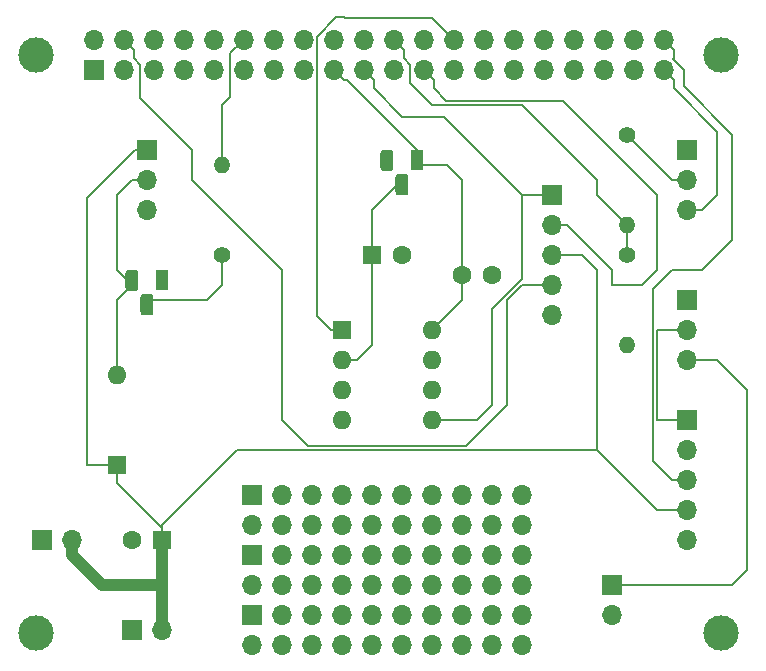
<source format=gtl>
G04 #@! TF.GenerationSoftware,KiCad,Pcbnew,(5.1.5-0-10_14)*
G04 #@! TF.CreationDate,2019-12-20T11:49:40-05:00*
G04 #@! TF.ProjectId,Cbot2,43626f74-322e-46b6-9963-61645f706362,rev?*
G04 #@! TF.SameCoordinates,Original*
G04 #@! TF.FileFunction,Copper,L1,Top*
G04 #@! TF.FilePolarity,Positive*
%FSLAX46Y46*%
G04 Gerber Fmt 4.6, Leading zero omitted, Abs format (unit mm)*
G04 Created by KiCad (PCBNEW (5.1.5-0-10_14)) date 2019-12-20 11:49:40*
%MOMM*%
%LPD*%
G04 APERTURE LIST*
%ADD10R,1.700000X1.700000*%
%ADD11O,1.700000X1.700000*%
%ADD12C,3.000000*%
%ADD13R,1.600000X1.600000*%
%ADD14O,1.600000X1.600000*%
%ADD15C,1.400000*%
%ADD16O,1.400000X1.400000*%
%ADD17C,0.100000*%
%ADD18R,1.100000X1.800000*%
%ADD19C,1.600000*%
%ADD20C,0.150000*%
%ADD21C,1.000000*%
%ADD22C,0.200000*%
G04 APERTURE END LIST*
D10*
X86920000Y-65590000D03*
D11*
X86920000Y-63050000D03*
X89460000Y-65590000D03*
X89460000Y-63050000D03*
X92000000Y-65590000D03*
X92000000Y-63050000D03*
X94540000Y-65590000D03*
X94540000Y-63050000D03*
X97080000Y-65590000D03*
X97080000Y-63050000D03*
X99620000Y-65590000D03*
X99620000Y-63050000D03*
X102160000Y-65590000D03*
X102160000Y-63050000D03*
X104700000Y-65590000D03*
X104700000Y-63050000D03*
X107240000Y-65590000D03*
X107240000Y-63050000D03*
X109780000Y-65590000D03*
X109780000Y-63050000D03*
X112320000Y-65590000D03*
X112320000Y-63050000D03*
X114860000Y-65590000D03*
X114860000Y-63050000D03*
X117400000Y-65590000D03*
X117400000Y-63050000D03*
X119940000Y-65590000D03*
X119940000Y-63050000D03*
X122480000Y-65590000D03*
X122480000Y-63050000D03*
X125020000Y-65590000D03*
X125020000Y-63050000D03*
X127560000Y-65590000D03*
X127560000Y-63050000D03*
X130100000Y-65590000D03*
X130100000Y-63050000D03*
X132640000Y-65590000D03*
X132640000Y-63050000D03*
X135180000Y-65590000D03*
X135180000Y-63050000D03*
D12*
X82040000Y-64310000D03*
X140040000Y-64330000D03*
X82040000Y-113320000D03*
X140030000Y-113310000D03*
D13*
X88900000Y-99060000D03*
D14*
X88900000Y-91440000D03*
D10*
X82550000Y-105410000D03*
D11*
X85090000Y-105410000D03*
X92710000Y-113030000D03*
D10*
X90170000Y-113030000D03*
X125730000Y-76200000D03*
D11*
X125730000Y-78740000D03*
X125730000Y-81280000D03*
X125730000Y-83820000D03*
X125730000Y-86360000D03*
D10*
X91440000Y-72390000D03*
D11*
X91440000Y-74930000D03*
X91440000Y-77470000D03*
X137160000Y-77470000D03*
X137160000Y-74930000D03*
D10*
X137160000Y-72390000D03*
D11*
X137160000Y-105410000D03*
X137160000Y-102870000D03*
X137160000Y-100330000D03*
X137160000Y-97790000D03*
D10*
X137160000Y-95250000D03*
X137160000Y-85090000D03*
D11*
X137160000Y-87630000D03*
X137160000Y-90170000D03*
D10*
X130810000Y-109220000D03*
D11*
X130810000Y-111760000D03*
D15*
X97790000Y-81280000D03*
D16*
X97790000Y-73660000D03*
X132080000Y-78740000D03*
D15*
X132080000Y-71120000D03*
X132080000Y-81280000D03*
D16*
X132080000Y-88900000D03*
D13*
X107950000Y-87630000D03*
D14*
X115570000Y-95250000D03*
X107950000Y-90170000D03*
X115570000Y-92710000D03*
X107950000Y-92710000D03*
X115570000Y-90170000D03*
X107950000Y-95250000D03*
X115570000Y-87630000D03*
G04 #@! TA.AperFunction,ComponentPad*
D17*
G36*
X91741955Y-84591324D02*
G01*
X91768650Y-84595284D01*
X91794828Y-84601841D01*
X91820238Y-84610933D01*
X91844634Y-84622472D01*
X91867782Y-84636346D01*
X91889458Y-84652422D01*
X91909454Y-84670546D01*
X91927578Y-84690542D01*
X91943654Y-84712218D01*
X91957528Y-84735366D01*
X91969067Y-84759762D01*
X91978159Y-84785172D01*
X91984716Y-84811350D01*
X91988676Y-84838045D01*
X91990000Y-84865000D01*
X91990000Y-86115000D01*
X91988676Y-86141955D01*
X91984716Y-86168650D01*
X91978159Y-86194828D01*
X91969067Y-86220238D01*
X91957528Y-86244634D01*
X91943654Y-86267782D01*
X91927578Y-86289458D01*
X91909454Y-86309454D01*
X91889458Y-86327578D01*
X91867782Y-86343654D01*
X91844634Y-86357528D01*
X91820238Y-86369067D01*
X91794828Y-86378159D01*
X91768650Y-86384716D01*
X91741955Y-86388676D01*
X91715000Y-86390000D01*
X91165000Y-86390000D01*
X91138045Y-86388676D01*
X91111350Y-86384716D01*
X91085172Y-86378159D01*
X91059762Y-86369067D01*
X91035366Y-86357528D01*
X91012218Y-86343654D01*
X90990542Y-86327578D01*
X90970546Y-86309454D01*
X90952422Y-86289458D01*
X90936346Y-86267782D01*
X90922472Y-86244634D01*
X90910933Y-86220238D01*
X90901841Y-86194828D01*
X90895284Y-86168650D01*
X90891324Y-86141955D01*
X90890000Y-86115000D01*
X90890000Y-84865000D01*
X90891324Y-84838045D01*
X90895284Y-84811350D01*
X90901841Y-84785172D01*
X90910933Y-84759762D01*
X90922472Y-84735366D01*
X90936346Y-84712218D01*
X90952422Y-84690542D01*
X90970546Y-84670546D01*
X90990542Y-84652422D01*
X91012218Y-84636346D01*
X91035366Y-84622472D01*
X91059762Y-84610933D01*
X91085172Y-84601841D01*
X91111350Y-84595284D01*
X91138045Y-84591324D01*
X91165000Y-84590000D01*
X91715000Y-84590000D01*
X91741955Y-84591324D01*
G37*
G04 #@! TD.AperFunction*
G04 #@! TA.AperFunction,ComponentPad*
G36*
X90471955Y-82521324D02*
G01*
X90498650Y-82525284D01*
X90524828Y-82531841D01*
X90550238Y-82540933D01*
X90574634Y-82552472D01*
X90597782Y-82566346D01*
X90619458Y-82582422D01*
X90639454Y-82600546D01*
X90657578Y-82620542D01*
X90673654Y-82642218D01*
X90687528Y-82665366D01*
X90699067Y-82689762D01*
X90708159Y-82715172D01*
X90714716Y-82741350D01*
X90718676Y-82768045D01*
X90720000Y-82795000D01*
X90720000Y-84045000D01*
X90718676Y-84071955D01*
X90714716Y-84098650D01*
X90708159Y-84124828D01*
X90699067Y-84150238D01*
X90687528Y-84174634D01*
X90673654Y-84197782D01*
X90657578Y-84219458D01*
X90639454Y-84239454D01*
X90619458Y-84257578D01*
X90597782Y-84273654D01*
X90574634Y-84287528D01*
X90550238Y-84299067D01*
X90524828Y-84308159D01*
X90498650Y-84314716D01*
X90471955Y-84318676D01*
X90445000Y-84320000D01*
X89895000Y-84320000D01*
X89868045Y-84318676D01*
X89841350Y-84314716D01*
X89815172Y-84308159D01*
X89789762Y-84299067D01*
X89765366Y-84287528D01*
X89742218Y-84273654D01*
X89720542Y-84257578D01*
X89700546Y-84239454D01*
X89682422Y-84219458D01*
X89666346Y-84197782D01*
X89652472Y-84174634D01*
X89640933Y-84150238D01*
X89631841Y-84124828D01*
X89625284Y-84098650D01*
X89621324Y-84071955D01*
X89620000Y-84045000D01*
X89620000Y-82795000D01*
X89621324Y-82768045D01*
X89625284Y-82741350D01*
X89631841Y-82715172D01*
X89640933Y-82689762D01*
X89652472Y-82665366D01*
X89666346Y-82642218D01*
X89682422Y-82620542D01*
X89700546Y-82600546D01*
X89720542Y-82582422D01*
X89742218Y-82566346D01*
X89765366Y-82552472D01*
X89789762Y-82540933D01*
X89815172Y-82531841D01*
X89841350Y-82525284D01*
X89868045Y-82521324D01*
X89895000Y-82520000D01*
X90445000Y-82520000D01*
X90471955Y-82521324D01*
G37*
G04 #@! TD.AperFunction*
D18*
X92710000Y-83420000D03*
G04 #@! TA.AperFunction,ComponentPad*
D17*
G36*
X113331955Y-74431324D02*
G01*
X113358650Y-74435284D01*
X113384828Y-74441841D01*
X113410238Y-74450933D01*
X113434634Y-74462472D01*
X113457782Y-74476346D01*
X113479458Y-74492422D01*
X113499454Y-74510546D01*
X113517578Y-74530542D01*
X113533654Y-74552218D01*
X113547528Y-74575366D01*
X113559067Y-74599762D01*
X113568159Y-74625172D01*
X113574716Y-74651350D01*
X113578676Y-74678045D01*
X113580000Y-74705000D01*
X113580000Y-75955000D01*
X113578676Y-75981955D01*
X113574716Y-76008650D01*
X113568159Y-76034828D01*
X113559067Y-76060238D01*
X113547528Y-76084634D01*
X113533654Y-76107782D01*
X113517578Y-76129458D01*
X113499454Y-76149454D01*
X113479458Y-76167578D01*
X113457782Y-76183654D01*
X113434634Y-76197528D01*
X113410238Y-76209067D01*
X113384828Y-76218159D01*
X113358650Y-76224716D01*
X113331955Y-76228676D01*
X113305000Y-76230000D01*
X112755000Y-76230000D01*
X112728045Y-76228676D01*
X112701350Y-76224716D01*
X112675172Y-76218159D01*
X112649762Y-76209067D01*
X112625366Y-76197528D01*
X112602218Y-76183654D01*
X112580542Y-76167578D01*
X112560546Y-76149454D01*
X112542422Y-76129458D01*
X112526346Y-76107782D01*
X112512472Y-76084634D01*
X112500933Y-76060238D01*
X112491841Y-76034828D01*
X112485284Y-76008650D01*
X112481324Y-75981955D01*
X112480000Y-75955000D01*
X112480000Y-74705000D01*
X112481324Y-74678045D01*
X112485284Y-74651350D01*
X112491841Y-74625172D01*
X112500933Y-74599762D01*
X112512472Y-74575366D01*
X112526346Y-74552218D01*
X112542422Y-74530542D01*
X112560546Y-74510546D01*
X112580542Y-74492422D01*
X112602218Y-74476346D01*
X112625366Y-74462472D01*
X112649762Y-74450933D01*
X112675172Y-74441841D01*
X112701350Y-74435284D01*
X112728045Y-74431324D01*
X112755000Y-74430000D01*
X113305000Y-74430000D01*
X113331955Y-74431324D01*
G37*
G04 #@! TD.AperFunction*
G04 #@! TA.AperFunction,ComponentPad*
G36*
X112061955Y-72361324D02*
G01*
X112088650Y-72365284D01*
X112114828Y-72371841D01*
X112140238Y-72380933D01*
X112164634Y-72392472D01*
X112187782Y-72406346D01*
X112209458Y-72422422D01*
X112229454Y-72440546D01*
X112247578Y-72460542D01*
X112263654Y-72482218D01*
X112277528Y-72505366D01*
X112289067Y-72529762D01*
X112298159Y-72555172D01*
X112304716Y-72581350D01*
X112308676Y-72608045D01*
X112310000Y-72635000D01*
X112310000Y-73885000D01*
X112308676Y-73911955D01*
X112304716Y-73938650D01*
X112298159Y-73964828D01*
X112289067Y-73990238D01*
X112277528Y-74014634D01*
X112263654Y-74037782D01*
X112247578Y-74059458D01*
X112229454Y-74079454D01*
X112209458Y-74097578D01*
X112187782Y-74113654D01*
X112164634Y-74127528D01*
X112140238Y-74139067D01*
X112114828Y-74148159D01*
X112088650Y-74154716D01*
X112061955Y-74158676D01*
X112035000Y-74160000D01*
X111485000Y-74160000D01*
X111458045Y-74158676D01*
X111431350Y-74154716D01*
X111405172Y-74148159D01*
X111379762Y-74139067D01*
X111355366Y-74127528D01*
X111332218Y-74113654D01*
X111310542Y-74097578D01*
X111290546Y-74079454D01*
X111272422Y-74059458D01*
X111256346Y-74037782D01*
X111242472Y-74014634D01*
X111230933Y-73990238D01*
X111221841Y-73964828D01*
X111215284Y-73938650D01*
X111211324Y-73911955D01*
X111210000Y-73885000D01*
X111210000Y-72635000D01*
X111211324Y-72608045D01*
X111215284Y-72581350D01*
X111221841Y-72555172D01*
X111230933Y-72529762D01*
X111242472Y-72505366D01*
X111256346Y-72482218D01*
X111272422Y-72460542D01*
X111290546Y-72440546D01*
X111310542Y-72422422D01*
X111332218Y-72406346D01*
X111355366Y-72392472D01*
X111379762Y-72380933D01*
X111405172Y-72371841D01*
X111431350Y-72365284D01*
X111458045Y-72361324D01*
X111485000Y-72360000D01*
X112035000Y-72360000D01*
X112061955Y-72361324D01*
G37*
G04 #@! TD.AperFunction*
D18*
X114300000Y-73260000D03*
D19*
X118110000Y-82935001D03*
X120610000Y-82935001D03*
D13*
X92710000Y-105410000D03*
D19*
X90210000Y-105410000D03*
D13*
X110490000Y-81280000D03*
D19*
X112990000Y-81280000D03*
D10*
X100330000Y-106680000D03*
D11*
X100330000Y-109220000D03*
X102870000Y-106680000D03*
X102870000Y-109220000D03*
X105410000Y-106680000D03*
X105410000Y-109220000D03*
X107950000Y-106680000D03*
X107950000Y-109220000D03*
X110490000Y-106680000D03*
X110490000Y-109220000D03*
X113030000Y-106680000D03*
X113030000Y-109220000D03*
X115570000Y-106680000D03*
X115570000Y-109220000D03*
X118110000Y-106680000D03*
X118110000Y-109220000D03*
X120650000Y-106680000D03*
X120650000Y-109220000D03*
X123190000Y-106680000D03*
X123190000Y-109220000D03*
X123190000Y-114300000D03*
X123190000Y-111760000D03*
X120650000Y-114300000D03*
X120650000Y-111760000D03*
X118110000Y-114300000D03*
X118110000Y-111760000D03*
X115570000Y-114300000D03*
X115570000Y-111760000D03*
X113030000Y-114300000D03*
X113030000Y-111760000D03*
X110490000Y-114300000D03*
X110490000Y-111760000D03*
X107950000Y-114300000D03*
X107950000Y-111760000D03*
X105410000Y-114300000D03*
X105410000Y-111760000D03*
X102870000Y-114300000D03*
X102870000Y-111760000D03*
X100330000Y-114300000D03*
D10*
X100330000Y-111760000D03*
X100330000Y-101600000D03*
D11*
X100330000Y-104140000D03*
X102870000Y-101600000D03*
X102870000Y-104140000D03*
X105410000Y-101600000D03*
X105410000Y-104140000D03*
X107950000Y-101600000D03*
X107950000Y-104140000D03*
X110490000Y-101600000D03*
X110490000Y-104140000D03*
X113030000Y-101600000D03*
X113030000Y-104140000D03*
X115570000Y-101600000D03*
X115570000Y-104140000D03*
X118110000Y-101600000D03*
X118110000Y-104140000D03*
X120650000Y-101600000D03*
X120650000Y-104140000D03*
X123190000Y-101600000D03*
X123190000Y-104140000D03*
D20*
X119940000Y-63050000D02*
X119850000Y-63050000D01*
D21*
X85090000Y-105410000D02*
X85090000Y-106680000D01*
X87630000Y-109220000D02*
X92710000Y-109220000D01*
X85090000Y-106680000D02*
X87630000Y-109220000D01*
X92710000Y-109220000D02*
X92710000Y-105410000D01*
X92710000Y-113030000D02*
X92710000Y-109220000D01*
D22*
X88900000Y-100060000D02*
X88900000Y-99060000D01*
X88900000Y-100600000D02*
X88900000Y-100060000D01*
X92710000Y-104410000D02*
X88900000Y-100600000D01*
X92710000Y-105410000D02*
X92710000Y-104410000D01*
X88900000Y-99060000D02*
X86360000Y-99060000D01*
X90390000Y-72390000D02*
X91440000Y-72390000D01*
X86360000Y-76420000D02*
X90390000Y-72390000D01*
X86360000Y-99060000D02*
X86360000Y-76420000D01*
X92710000Y-104410000D02*
X92710000Y-104140000D01*
X92710000Y-104140000D02*
X99060000Y-97790000D01*
X99060000Y-97790000D02*
X129540000Y-97790000D01*
X134620000Y-102870000D02*
X137160000Y-102870000D01*
X129540000Y-97790000D02*
X134620000Y-102870000D01*
X129540000Y-97790000D02*
X129540000Y-82550000D01*
X128270000Y-81280000D02*
X125730000Y-81280000D01*
X129540000Y-82550000D02*
X128270000Y-81280000D01*
X91440000Y-74930000D02*
X90170000Y-74930000D01*
X90170000Y-74930000D02*
X88900000Y-76200000D01*
X88900000Y-82550000D02*
X90170000Y-83820000D01*
X88900000Y-76200000D02*
X88900000Y-82550000D01*
X90170000Y-83820000D02*
X88900000Y-85090000D01*
X88900000Y-85090000D02*
X88900000Y-91440000D01*
D20*
X136029999Y-66439999D02*
X136029999Y-67170001D01*
X135180000Y-65590000D02*
X136029999Y-66439999D01*
X136029999Y-67170001D02*
X139700000Y-70840002D01*
X139700000Y-70840002D02*
X139700000Y-76200000D01*
X139700000Y-76200000D02*
X138430000Y-77470000D01*
X138430000Y-77470000D02*
X137160000Y-77470000D01*
D22*
X91440000Y-85090000D02*
X96520000Y-85090000D01*
X97790000Y-83820000D02*
X97790000Y-81280000D01*
X96520000Y-85090000D02*
X97790000Y-83820000D01*
X114300000Y-73660000D02*
X116840000Y-73660000D01*
X116840000Y-73660000D02*
X118110000Y-74930000D01*
X118110000Y-74930000D02*
X118110000Y-82935001D01*
X118110000Y-82935001D02*
X118110000Y-85090000D01*
X118110000Y-85090000D02*
X115570000Y-87630000D01*
D20*
X114300000Y-72390000D02*
X114300000Y-73660000D01*
X108349999Y-66439999D02*
X114300000Y-72390000D01*
X108089999Y-66439999D02*
X108349999Y-66439999D01*
X107240000Y-65590000D02*
X108089999Y-66439999D01*
X113030000Y-74930000D02*
X110490000Y-77470000D01*
X110490000Y-77470000D02*
X110490000Y-81280000D01*
X110490000Y-81280000D02*
X110490000Y-88900000D01*
X110490000Y-88900000D02*
X109220000Y-90170000D01*
X109220000Y-90170000D02*
X107950000Y-90170000D01*
X123190000Y-83820000D02*
X125730000Y-83820000D01*
X102870000Y-95250000D02*
X105034990Y-97414990D01*
X90309999Y-64630001D02*
X90874999Y-65195001D01*
X105034990Y-97414990D02*
X118485010Y-97414990D01*
X121920000Y-85090000D02*
X123190000Y-83820000D01*
X95250000Y-74930000D02*
X102870000Y-82550000D01*
X118485010Y-97414990D02*
X121920000Y-93980000D01*
X102870000Y-82550000D02*
X102870000Y-95250000D01*
X90874999Y-68014999D02*
X95250000Y-72390000D01*
X95250000Y-72390000D02*
X95250000Y-74930000D01*
X90874999Y-65195001D02*
X90874999Y-68014999D01*
X121920000Y-93980000D02*
X121920000Y-85090000D01*
X90309999Y-63899999D02*
X90309999Y-64630001D01*
X89460000Y-63050000D02*
X90309999Y-63899999D01*
X98494999Y-64175001D02*
X99620000Y-63050000D01*
X98494999Y-67875001D02*
X98494999Y-64175001D01*
X97790000Y-68580000D02*
X98494999Y-67875001D01*
X97790000Y-73660000D02*
X97790000Y-68580000D01*
X110629999Y-66439999D02*
X110629999Y-67170001D01*
X109780000Y-65590000D02*
X110629999Y-66439999D01*
X110629999Y-67170001D02*
X113030000Y-69570002D01*
X113030000Y-69570002D02*
X116560002Y-69570002D01*
X116560002Y-69570002D02*
X123190000Y-76200000D01*
X123190000Y-76200000D02*
X125730000Y-76200000D01*
X115570000Y-95250000D02*
X118110000Y-95250000D01*
X118110000Y-95250000D02*
X119380000Y-95250000D01*
X119380000Y-95250000D02*
X120650000Y-93980000D01*
X120650000Y-85865012D02*
X123190000Y-83325012D01*
X120650000Y-93980000D02*
X120650000Y-85865012D01*
X123190000Y-83325012D02*
X123190000Y-76200000D01*
D22*
X132080000Y-78740000D02*
X132080000Y-81280000D01*
D20*
X113169999Y-63899999D02*
X113169999Y-64630001D01*
X112320000Y-63050000D02*
X113169999Y-63899999D01*
X113734999Y-65195001D02*
X113734999Y-66744999D01*
X113169999Y-64630001D02*
X113734999Y-65195001D01*
X113734999Y-66744999D02*
X115570000Y-68580000D01*
X115570000Y-68580000D02*
X123190000Y-68580000D01*
X123190000Y-68580000D02*
X129540000Y-74930000D01*
X129540000Y-76200000D02*
X132080000Y-78740000D01*
X129540000Y-74930000D02*
X129540000Y-76200000D01*
X115709999Y-66439999D02*
X115709999Y-67170001D01*
X114860000Y-65590000D02*
X115709999Y-66439999D01*
X115709999Y-67170001D02*
X116769988Y-68229990D01*
X116769988Y-68229990D02*
X126649990Y-68229990D01*
X126649990Y-68229990D02*
X134620000Y-76200000D01*
X134620000Y-76200000D02*
X134620000Y-82550000D01*
X134620000Y-82550000D02*
X133350000Y-83820000D01*
X133350000Y-83820000D02*
X130810000Y-83820000D01*
X130810000Y-83820000D02*
X130810000Y-82550000D01*
X130810000Y-82550000D02*
X127000000Y-78740000D01*
X127000000Y-78740000D02*
X125730000Y-78740000D01*
X105825001Y-62799997D02*
X105825001Y-86455001D01*
X107482377Y-61142621D02*
X105825001Y-62799997D01*
X108210000Y-61220000D02*
X108132621Y-61142621D01*
X107000000Y-87630000D02*
X107950000Y-87630000D01*
X105825001Y-86455001D02*
X107000000Y-87630000D01*
X115570000Y-61220000D02*
X108210000Y-61220000D01*
X108132621Y-61142621D02*
X107482377Y-61142621D01*
X117400000Y-63050000D02*
X115570000Y-61220000D01*
X138430000Y-82550000D02*
X140970000Y-80010000D01*
X136864999Y-67014999D02*
X136864999Y-65609997D01*
X134244990Y-98684990D02*
X134244990Y-84195010D01*
X134244990Y-84195010D02*
X135890000Y-82550000D01*
X135957501Y-64702499D02*
X136029999Y-64630001D01*
X136029999Y-64630001D02*
X136029999Y-63899999D01*
X136864999Y-65609997D02*
X135957501Y-64702499D01*
X140970000Y-71120000D02*
X136864999Y-67014999D01*
X136029999Y-63899999D02*
X135180000Y-63050000D01*
X140970000Y-80010000D02*
X140970000Y-71120000D01*
X135890000Y-82550000D02*
X138430000Y-82550000D01*
X135890000Y-100330000D02*
X134244990Y-98684990D01*
X137160000Y-100330000D02*
X135890000Y-100330000D01*
D22*
X132080000Y-71120000D02*
X135890000Y-74930000D01*
X135890000Y-74930000D02*
X137160000Y-74930000D01*
X137160000Y-95250000D02*
X134620000Y-95250000D01*
X134620000Y-95250000D02*
X134620000Y-87630000D01*
X134620000Y-87630000D02*
X137160000Y-87630000D01*
X130810000Y-109220000D02*
X140970000Y-109220000D01*
X140970000Y-109220000D02*
X142240000Y-107950000D01*
X142240000Y-107950000D02*
X142240000Y-92710000D01*
X139700000Y-90170000D02*
X137160000Y-90170000D01*
X142240000Y-92710000D02*
X139700000Y-90170000D01*
M02*

</source>
